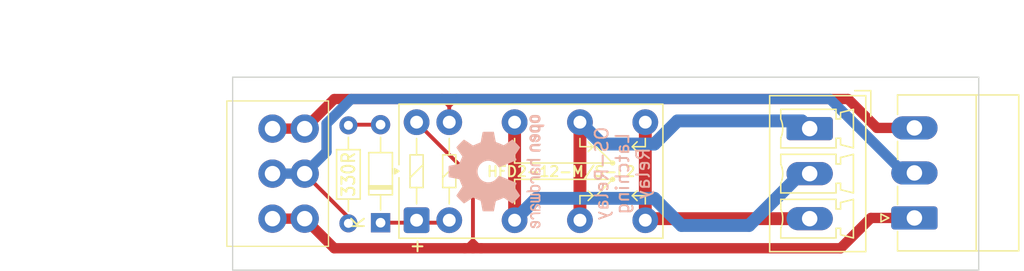
<source format=kicad_pcb>
(kicad_pcb (version 20240108) (generator "pcbnew") (generator_version "8.0")
  (layers (0 "F.Cu" signal) (31 "B.Cu" signal) (34 "B.Paste" user) (35 "F.Paste" user) (36 "B.SilkS" user "B.Silkscreen") (37 "F.SilkS" user "F.Silkscreen") (38 "B.Mask" user) (39 "F.Mask" user) (44 "Edge.Cuts" user))
  (net 0 "")
  (net 1 "Net-(D1-A)")
  (net 2 "Net-(D1-K)")
  (net 3 "Net-(J1-Pin_2)")
  (net 4 "/DCC_A")
  (net 5 "/DCC_B")
  (net 6 "/common")
  (net 7 "/coilA")
  (net 8 "/coilB")
  (footprint "Diode_THT:D_DO-34_SOD68_P7.62mm_Horizontal" (layer "F.Cu") (at 107.5 104.815 90)
    (property "Reference" "D1" (hide yes))
    (property "Value" "D")
    (fp_line (start 5.45 -0.92) (end 2.17 -0.92) (stroke (width 0.12)) (layer "F.SilkS"))
    (fp_line (start 2.866 -0.92) (end 2.866 0.92) (stroke (width 0.12)) (layer "F.SilkS"))
    (fp_line (start 2.746 -0.92) (end 2.746 0.92) (stroke (width 0.12)) (layer "F.SilkS"))
    (fp_line (start 2.626 -0.92) (end 2.626 0.92) (stroke (width 0.12)) (layer "F.SilkS"))
    (fp_line (start 2.17 -0.92) (end 2.17 0.92) (stroke (width 0.12)) (layer "F.SilkS"))
    (fp_line (start 6.63 0) (end 5.45 0) (stroke (width 0.12)) (layer "F.SilkS"))
    (fp_line (start 0.99 0) (end 2.17 0) (stroke (width 0.12)) (layer "F.SilkS"))
    (fp_line (start 5.45 0.92) (end 5.45 -0.92) (stroke (width 0.12)) (layer "F.SilkS"))
    (fp_line (start 2.17 0.92) (end 5.45 0.92) (stroke (width 0.12)) (layer "F.SilkS"))
    (fp_text user "K" (at 0 -1.75 90) (layer "F.SilkS"))
    (pad "1" thru_hole rect (at 0 0 90) (size 1.5 1.5) (drill 0.75) (layers "*.Cu" "*.Mask") (net 2 "Net-(D1-K)"))
    (pad "2" thru_hole oval (at 7.62 0 90) (size 1.5 1.5) (drill 0.75) (layers "*.Cu" "*.Mask") (net 1 "Net-(D1-A)"))
  )
  (footprint "Connector_Phoenix_MC:PhoenixContact_MC_1,5_3-G-3.5_1x03_P3.50mm_Horizontal" (layer "F.Cu") (at 149 104.445 90)
    (property "Reference" "J3" (hide yes))
    (property "Value" "Screw_Terminal_01x03")
    (fp_line (start 0.3 -2.6) (end 0 -2) (stroke (width 0.12)) (layer "F.SilkS"))
    (fp_line (start -0.3 -2.6) (end 0.3 -2.6) (stroke (width 0.12)) (layer "F.SilkS"))
    (fp_line (start 0 -2) (end -0.3 -2.6) (stroke (width 0.12)) (layer "F.SilkS"))
    (fp_line (start 9.56 -1.31) (end 8.05 -1.31) (stroke (width 0.12)) (layer "F.SilkS"))
    (fp_line (start 4.55 -1.31) (end 5.95 -1.31) (stroke (width 0.12)) (layer "F.SilkS"))
    (fp_line (start 1.05 -1.31) (end 2.45 -1.31) (stroke (width 0.12)) (layer "F.SilkS"))
    (fp_line (start -2.56 -1.31) (end -1.05 -1.31) (stroke (width 0.12)) (layer "F.SilkS"))
    (fp_line (start -2.56 -1.31) (end -2.56 8.11) (stroke (width 0.12)) (layer "F.SilkS"))
    (fp_line (start -2.56 4.8) (end 9.56 4.8) (stroke (width 0.12)) (layer "F.SilkS"))
    (fp_line (start 9.56 8.11) (end 9.56 -1.31) (stroke (width 0.12)) (layer "F.SilkS"))
    (fp_line (start -2.56 8.11) (end 9.56 8.11) (stroke (width 0.12)) (layer "F.SilkS"))
    (pad "1" thru_hole roundrect (at 0 0 90) (size 1.8 3.6) (drill 1.2) (layers "*.Cu" "*.Mask") (roundrect_rratio 0.138889) (net 7 "/coilA"))
    (pad "2" thru_hole oval (at 3.5 0 90) (size 1.8 3.6) (drill 1.2) (layers "*.Cu" "*.Mask") (net 6 "/common"))
    (pad "3" thru_hole oval (at 7 0 90) (size 1.8 3.6) (drill 1.2) (layers "*.Cu" "*.Mask") (net 8 "/coilB"))
  )
  (footprint "Resistor_THT:R_Axial_DIN0204_L3.6mm_D1.6mm_P7.62mm_Horizontal" (layer "F.Cu") (at 105 104.865 90)
    (property "Reference" "R1" (hide yes))
    (property "Value" "330R" (at 3.81 0 90) (layer "F.SilkS") (effects (font (size 1 0.9))))
    (fp_line (start 5.73 -0.92) (end 1.89 -0.92) (stroke (width 0.12)) (layer "F.SilkS"))
    (fp_line (start 1.89 -0.92) (end 1.89 0.92) (stroke (width 0.12)) (layer "F.SilkS"))
    (fp_line (start 6.68 0) (end 5.73 0) (stroke (width 0.12)) (layer "F.SilkS"))
    (fp_line (start 0.94 0) (end 1.89 0) (stroke (width 0.12)) (layer "F.SilkS"))
    (fp_line (start 5.73 0.92) (end 5.73 -0.92) (stroke (width 0.12)) (layer "F.SilkS"))
    (fp_line (start 1.89 0.92) (end 5.73 0.92) (stroke (width 0.12)) (layer "F.SilkS"))
    (pad "1" thru_hole circle (at 0 0 90) (size 1.4 1.4) (drill 0.7) (layers "*.Cu" "*.Mask") (net 6 "/common"))
    (pad "2" thru_hole oval (at 7.62 0 90) (size 1.4 1.4) (drill 0.7) (layers "*.Cu" "*.Mask") (net 1 "Net-(D1-A)"))
  )
  (footprint "MountingHole:MountingHole_3.2mm_M3" (layer "F.Cu") (at 133.5 101)
    (property "Reference" "REF**" (hide yes))
    (property "Value" "MountingHole_3.2mm_M3")
    (pad "" np_thru_hole circle (at 0 0) (size 3.2 3.2) (drill 3.2) (layers "*.Cu" "*.Mask"))
  )
  (footprint "custom_kicad_lib_sk:connector_3.50mm_3P horizontal_MALE" (layer "F.Cu") (at 101.6 101 -90)
    (property "Reference" "J2" (hide yes))
    (property "Value" "Screw_Terminal_01x03" (hide yes))
    (fp_line (start 5.65 6.05) (end -5.65 6.05) (stroke (width 0.1)) (layer "F.SilkS"))
    (fp_line (start -5.65 -1.85) (end -5.65 6.05) (stroke (width 0.1)) (layer "F.SilkS"))
    (fp_line (start -5.65 -1.85) (end 5.65 -1.85) (stroke (width 0.1)) (layer "F.SilkS"))
    (fp_line (start 5.65 -1.85) (end 5.65 6.05) (stroke (width 0.1)) (layer "F.SilkS"))
    (pad "1" thru_hole circle (at 3.5 0 270) (size 2.2 2.2) (drill 1.2) (layers "*.Cu" "*.Mask") (net 7 "/coilA"))
    (pad "1" thru_hole circle (at 3.5 2.5 270) (size 2.2 2.2) (drill 1.2) (layers "*.Cu" "*.Mask") (net 7 "/coilA"))
    (pad "2" thru_hole circle (at 0 0 270) (size 2.2 2.2) (drill 1.2) (layers "*.Cu" "*.Mask") (net 6 "/common"))
    (pad "2" thru_hole circle (at 0 2.5 270) (size 2.2 2.2) (drill 1.2) (layers "*.Cu" "*.Mask") (net 6 "/common"))
    (pad "3" thru_hole circle (at -3.5 0 270) (size 2.2 2.2) (drill 1.2) (layers "*.Cu" "*.Mask") (net 8 "/coilB"))
    (pad "3" thru_hole circle (at -3.5 2.5 270) (size 2.2 2.2) (drill 1.2) (layers "*.Cu" "*.Mask") (net 8 "/coilB"))
  )
  (footprint "Connector_Phoenix_MC:PhoenixContact_MCV_1,5_3-G-3.5_1x03_P3.50mm_Vertical" (layer "F.Cu") (at 140.8575 97.5 -90)
    (property "Reference" "J1" (hide yes))
    (property "Value" "Screw_Terminal_01x03")
    (fp_line (start -2.56 3.11) (end 9.56 3.11) (stroke (width 0.12)) (layer "F.SilkS"))
    (fp_line (start 9.56 3.11) (end 9.56 -4.36) (stroke (width 0.12)) (layer "F.SilkS"))
    (fp_line (start -1.5 2.25) (end -1.5 -2.05) (stroke (width 0.12)) (layer "F.SilkS"))
    (fp_line (start -0.75 2.25) (end -1.5 2.25) (stroke (width 0.12)) (layer "F.SilkS"))
    (fp_line (start 1.5 2.25) (end 0.75 2.25) (stroke (width 0.12)) (layer "F.SilkS"))
    (fp_line (start 2 2.25) (end 2 -2.05) (stroke (width 0.12)) (layer "F.SilkS"))
    (fp_line (start 2.75 2.25) (end 2 2.25) (stroke (width 0.12)) (layer "F.SilkS"))
    (fp_line (start 5 2.25) (end 4.25 2.25) (stroke (width 0.12)) (layer "F.SilkS"))
    (fp_line (start 5.5 2.25) (end 5.5 -2.05) (stroke (width 0.12)) (layer "F.SilkS"))
    (fp_line (start 6.25 2.25) (end 5.5 2.25) (stroke (width 0.12)) (layer "F.SilkS"))
    (fp_line (start 8.5 2.25) (end 7.75 2.25) (stroke (width 0.12)) (layer "F.SilkS"))
    (fp_line (start -1.5 -2.05) (end -0.75 -2.05) (stroke (width 0.12)) (layer "F.SilkS"))
    (fp_line (start -0.75 -2.05) (end -0.75 -2.4) (stroke (width 0.12)) (layer "F.SilkS"))
    (fp_line (start 0.75 -2.05) (end 1.5 -2.05) (stroke (width 0.12)) (layer "F.SilkS"))
    (fp_line (start 1.5 -2.05) (end 1.5 2.25) (stroke (width 0.12)) (layer "F.SilkS"))
    (fp_line (start 2 -2.05) (end 2.75 -2.05) (stroke (width 0.12)) (layer "F.SilkS"))
    (fp_line (start 2.75 -2.05) (end 2.75 -2.4) (stroke (width 0.12)) (layer "F.SilkS"))
    (fp_line (start 4.25 -2.05) (end 5 -2.05) (stroke (width 0.12)) (layer "F.SilkS"))
    (fp_line (start 5 -2.05) (end 5 2.25) (stroke (width 0.12)) (layer "F.SilkS"))
    (fp_line (start 5.5 -2.05) (end 6.25 -2.05) (stroke (width 0.12)) (layer "F.SilkS"))
    (fp_line (start 6.25 -2.05) (end 6.25 -2.4) (stroke (width 0.12)) (layer "F.SilkS"))
    (fp_line (start 7.75 -2.05) (end 8.5 -2.05) (stroke (width 0.12)) (layer "F.SilkS"))
    (fp_line (start 8.5 -2.05) (end 8.5 2.25) (stroke (width 0.12)) (layer "F.SilkS"))
    (fp_line (start -1.25 -2.4) (end -1.5 -3.4) (stroke (width 0.12)) (layer "F.SilkS"))
    (fp_line (start -0.75 -2.4) (end -1.25 -2.4) (stroke (width 0.12)) (layer "F.SilkS"))
    (fp_line (start 0.75 -2.4) (end 0.75 -2.05) (stroke (width 0.12)) (layer "F.SilkS"))
    (fp_line (start 1.25 -2.4) (end 0.75 -2.4) (stroke (width 0.12)) (layer "F.SilkS"))
    (fp_line (start 2.25 -2.4) (end 2 -3.4) (stroke (width 0.12)) (layer "F.SilkS"))
    (fp_line (start 2.75 -2.4) (end 2.25 -2.4) (stroke (width 0.12)) (layer "F.SilkS"))
    (fp_line (start 4.25 -2.4) (end 4.25 -2.05) (stroke (width 0.12)) (layer "F.SilkS"))
    (fp_line (start 4.75 -2.4) (end 4.25 -2.4) (stroke (width 0.12)) (layer "F.SilkS"))
    (fp_line (start 5.75 -2.4) (end 5.5 -3.4) (stroke (width 0.12)) (layer "F.SilkS"))
    (fp_line (start 6.25 -2.4) (end 5.75 -2.4) (stroke (width 0.12)) (layer "F.SilkS"))
    (fp_line (start 7.75 -2.4) (end 7.75 -2.05) (stroke (width 0.12)) (layer "F.SilkS"))
    (fp_line (start 8.25 -2.4) (end 7.75 -2.4) (stroke (width 0.12)) (layer "F.SilkS"))
    (fp_line (start -1.5 -3.4) (end 1.5 -3.4) (stroke (width 0.12)) (layer "F.SilkS"))
    (fp_line (start 1.5 -3.4) (end 1.25 -2.4) (stroke (width 0.12)) (layer "F.SilkS"))
    (fp_line (start 2 -3.4) (end 5 -3.4) (stroke (width 0.12)) (layer "F.SilkS"))
    (fp_line (start 5 -3.4) (end 4.75 -2.4) (stroke (width 0.12)) (layer "F.SilkS"))
    (fp_line (start 5.5 -3.4) (end 8.5 -3.4) (stroke (width 0.12)) (layer "F.SilkS"))
    (fp_line (start 8.5 -3.4) (end 8.25 -2.4) (stroke (width 0.12)) (layer "F.SilkS"))
    (fp_line (start -2.95 -3.5) (end -2.95 -4.75) (stroke (width 0.12)) (layer "F.SilkS"))
    (fp_line (start -2.56 -4.36) (end -2.56 3.11) (stroke (width 0.12)) (layer "F.SilkS"))
    (fp_line (start 9.56 -4.36) (end -2.56 -4.36) (stroke (width 0.12)) (layer "F.SilkS"))
    (fp_line (start -2.95 -4.75) (end -0.95 -4.75) (stroke (width 0.12)) (layer "F.SilkS"))
    (fp_arc (start -0.75 2.25) (mid -0.000193 2.09191) (end 0.749647 2.249844) (stroke (width 0.12)) (layer "F.SilkS"))
    (fp_arc (start 2.75 2.25) (mid 3.499807 2.09191) (end 4.249647 2.249844) (stroke (width 0.12)) (layer "F.SilkS"))
    (fp_arc (start 6.25 2.25) (mid 6.999807 2.09191) (end 7.749647 2.249844) (stroke (width 0.12)) (layer "F.SilkS"))
    (pad "1" thru_hole roundrect (at 0 0 270) (size 1.8 3.6) (drill 1.2) (layers "*.Cu" "*.Mask") (roundrect_rratio 0.138889) (net 4 "/DCC_A"))
    (pad "2" thru_hole oval (at 3.5 0 270) (size 1.8 3.6) (drill 1.2) (layers "*.Cu" "*.Mask") (net 3 "Net-(J1-Pin_2)"))
    (pad "3" thru_hole oval (at 7 0 270) (size 1.8 3.6) (drill 1.2) (layers "*.Cu" "*.Mask") (net 5 "/DCC_B"))
  )
  (footprint "Relay_THT:Relay_DPDT_Omron_G6AK" (layer "F.Cu") (at 110.3 104.62 90)
    (property "Reference" "K2" (hide yes))
    (property "Value" "HFD2-12-M/S-L2" (at 3.782 11.239 180) (layer "F.SilkS") (effects (font (size 0.8 0.8))))
    (fp_line (start 9.02 -1.37) (end 4.318 -1.37) (stroke (width 0.12)) (layer "F.SilkS"))
    (fp_line (start 3.302 -1.37) (end -1.4 -1.37) (stroke (width 0.12)) (layer "F.SilkS"))
    (fp_line (start -1.4 -1.37) (end -1.4 19.15) (stroke (width 0.12)) (layer "F.SilkS"))
    (fp_line (start 5.08 -0.51) (end 5.08 0) (stroke (width 0.12)) (layer "F.SilkS"))
    (fp_line (start 3.304 -0.51) (end 4.314 0.51) (stroke (width 0.12)) (layer "F.SilkS"))
    (fp_line (start 2.54 -0.51) (end 5.08 -0.51) (stroke (width 0.12)) (layer "F.SilkS"))
    (fp_line (start 5.08 0) (end 6.35 0) (stroke (width 0.12)) (layer "F.SilkS"))
    (fp_line (start 5.08 0) (end 5.08 0.51) (stroke (width 0.12)) (layer "F.SilkS"))
    (fp_line (start 2.54 0) (end 2.54 -0.51) (stroke (width 0.12)) (layer "F.SilkS"))
    (fp_line (start 1.27 0) (end 2.54 0) (stroke (width 0.12)) (layer "F.SilkS"))
    (fp_line (start 5.08 0.51) (end 2.54 0.51) (stroke (width 0.12)) (layer "F.SilkS"))
    (fp_line (start 2.54 0.51) (end 2.54 0) (stroke (width 0.12)) (layer "F.SilkS"))
    (fp_line (start 5.08 2.03) (end 5.08 2.54) (stroke (width 0.12)) (layer "F.SilkS"))
    (fp_line (start 3.304 2.03) (end 4.314 3.05) (stroke (width 0.12)) (layer "F.SilkS"))
    (fp_line (start 2.54 2.03) (end 5.08 2.03) (stroke (width 0.12)) (layer "F.SilkS"))
    (fp_line (start 5.08 2.54) (end 6.35 2.54) (stroke (width 0.12)) (layer "F.SilkS"))
    (fp_line (start 5.08 2.54) (end 5.08 3.05) (stroke (width 0.12)) (layer "F.SilkS"))
    (fp_line (start 2.54 2.54) (end 2.54 2.03) (stroke (width 0.12)) (layer "F.SilkS"))
    (fp_line (start 1.27 2.54) (end 2.54 2.54) (stroke (width 0.12)) (layer "F.SilkS"))
    (fp_line (start 5.08 3.05) (end 2.54 3.05) (stroke (width 0.12)) (layer "F.SilkS"))
    (fp_line (start 2.54 3.05) (end 2.54 2.54) (stroke (width 0.12)) (layer "F.SilkS"))
    (fp_line (start 6.35 7.62) (end 4.445 7.62) (stroke (width 0.12)) (layer "F.SilkS"))
    (fp_line (start 4.445 7.62) (end 4.445 15.24) (stroke (width 0.12)) (layer "F.SilkS"))
    (fp_line (start 3.175 7.62) (end 3.175 15.24) (stroke (width 0.12)) (layer "F.SilkS"))
    (fp_line (start 1.27 7.62) (end 3.175 7.62) (stroke (width 0.12)) (layer "F.SilkS"))
    (fp_line (start 6.35 12.7) (end 5.715 12.7) (stroke (width 0.12)) (layer "F.SilkS"))
    (fp_line (start 5.715 12.7) (end 5.715 13.716) (stroke (width 0.12)) (layer "F.SilkS"))
    (fp_line (start 1.905 12.7) (end 1.905 13.716) (stroke (width 0.12)) (layer "F.SilkS"))
    (fp_line (start 1.27 12.7) (end 1.905 12.7) (stroke (width 0.12)) (layer "F.SilkS"))
    (fp_line (start 5.715 13.716) (end 6.096 13.335) (stroke (width 0.12)) (layer "F.SilkS"))
    (fp_line (start 5.715 13.716) (end 5.334 13.335) (stroke (width 0.12)) (layer "F.SilkS"))
    (fp_line (start 1.905 13.716) (end 2.286 13.335) (stroke (width 0.12)) (layer "F.SilkS"))
    (fp_line (start 1.905 13.716) (end 1.524 13.335) (stroke (width 0.12)) (layer "F.SilkS"))
    (fp_line (start 4.445 15.24) (end 5.715 13.97) (stroke (width 0.12)) (layer "F.SilkS"))
    (fp_line (start 3.175 15.24) (end 1.905 13.97) (stroke (width 0.12)) (layer "F.SilkS"))
    (fp_line (start 5.715 16.764) (end 6.096 17.145) (stroke (width 0.12)) (layer "F.SilkS"))
    (fp_line (start 5.715 16.764) (end 5.334 17.145) (stroke (width 0.12)) (layer "F.SilkS"))
    (fp_line (start 5.715 16.764) (end 5.715 17.78) (stroke (width 0.12)) (layer "F.SilkS"))
    (fp_line (start 1.905 16.764) (end 2.286 17.145) (stroke (width 0.12)) (layer "F.SilkS"))
    (fp_line (start 1.905 16.764) (end 1.524 17.145) (stroke (width 0.12)) (layer "F.SilkS"))
    (fp_line (start 1.905 16.764) (end 1.905 17.78) (stroke (width 0.12)) (layer "F.SilkS"))
    (fp_line (start 6.35 17.78) (end 5.715 17.78) (stroke (width 0.12)) (layer "F.SilkS"))
    (fp_line (start 1.27 17.78) (end 1.905 17.78) (stroke (width 0.12)) (layer "F.SilkS"))
    (fp_line (start 9.02 19.15) (end 9.02 -1.37) (stroke (width 0.12)) (layer "F.SilkS"))
    (fp_line (start -1.4 19.15) (end 9.02 19.15) (stroke (width 0.12)) (layer "F.SilkS"))
    (fp_circle (center 4.445 15.24) (end 4.575 15.24) (stroke (width 0.15)) (fill none) (layer "F.SilkS"))
    (fp_circle (center 3.175 15.24) (end 3.305 15.24) (stroke (width 0.15)) (fill none) (layer "F.SilkS"))
    (fp_poly (pts (xy 3.81 -1.37) (xy 3.61 -1.709411) (xy 4.01 -1.709411) (xy 3.81 -1.37)) (stroke (width 0.12)) (fill solid) (layer "F.SilkS"))
    (fp_text user "+" (at -2.032 0 90) (layer "F.SilkS"))
    (pad "11" thru_hole circle (at 0 7.62 90) (size 2 2) (drill 1) (layers "*.Cu" "*.Mask") (net 3 "Net-(J1-Pin_2)"))
    (pad "12" thru_hole circle (at 0 12.7 90) (size 2 2) (drill 1) (layers "*.Cu" "*.Mask") (net 4 "/DCC_A"))
    (pad "14" thru_hole circle (at 0 17.78 90) (size 2 2) (drill 1) (layers "*.Cu" "*.Mask") (net 5 "/DCC_B"))
    (pad "21" thru_hole circle (at 7.62 7.62 90) (size 2 2) (drill 1) (layers "*.Cu" "*.Mask") (net 3 "Net-(J1-Pin_2)"))
    (pad "22" thru_hole circle (at 7.62 12.7 90) (size 2 2) (drill 1) (layers "*.Cu" "*.Mask") (net 4 "/DCC_A"))
    (pad "24" thru_hole circle (at 7.62 17.78 90) (size 2 2) (drill 1) (layers "*.Cu" "*.Mask") (net 5 "/DCC_B"))
    (pad "A1" thru_hole roundrect (at 0 0 90) (size 2 2) (drill 1) (layers "*.Cu" "*.Mask") (roundrect_rratio 0.125) (net 2 "Net-(D1-K)"))
    (pad "A2" thru_hole circle (at 7.62 0 90) (size 2 2) (drill 1) (layers "*.Cu" "*.Mask") (net 7 "/coilA"))
    (pad "B1" thru_hole circle (at 0 2.54 90) (size 2 2) (drill 1) (layers "*.Cu" "*.Mask") (net 2 "Net-(D1-K)"))
    (pad "B2" thru_hole circle (at 7.62 2.54 90) (size 2 2) (drill 1) (layers "*.Cu" "*.Mask") (net 8 "/coilB"))
  )
  (footprint "Symbol:OSHW-Logo2_9.8x8mm_SilkScreen" (layer "B.Cu") (at 116.5 100.838 -90)
    (property "Reference" "REF**" (hide yes))
    (property "Value" "OSHW-Logo2_9.8x8mm_SilkScreen" (hide yes))
    (fp_poly (pts (xy 3.570807 -2.636782) (xy 3.594161 -2.646988) (xy 3.649902 -2.691134) (xy 3.697569 -2.754967) (xy 3.727048 -2.823087) (xy 3.731846 -2.85667) (xy 3.71576 -2.903556) (xy 3.680475 -2.928365) (xy 3.642644 -2.943387) (xy 3.625321 -2.946155) (xy 3.616886 -2.926066) (xy 3.60023 -2.882351) (xy 3.592923 -2.862598) (xy 3.551948 -2.794271) (xy 3.492622 -2.760191) (xy 3.416552 -2.761239) (xy 3.410918 -2.762581) (xy 3.370305 -2.781836) (xy 3.340448 -2.819375) (xy 3.320055 -2.879809) (xy 3.307836 -2.967751) (xy 3.3025 -3.087813) (xy 3.302 -3.151698) (xy 3.301752 -3.252403) (xy 3.300126 -3.321054) (xy 3.295801 -3.364673) (xy 3.287454 -3.390282) (xy 3.273765 -3.404903) (xy 3.253411 -3.415558) (xy 3.252234 -3.416095) (xy 3.213038 -3.432667) (xy 3.193619 -3.438769) (xy 3.190635 -3.420319) (xy 3.188081 -3.369323) (xy 3.18614 -3.292308) (xy 3.184997 -3.195805) (xy 3.184769 -3.125184) (xy 3.185932 -2.988525) (xy 3.190479 -2.884851) (xy 3.199999 -2.808108) (xy 3.216081 -2.752246) (xy 3.240313 -2.711212) (xy 3.274286 -2.678954) (xy 3.307833 -2.65644) (xy 3.388499 -2.626476) (xy 3.482381 -2.619718) (xy 3.570807 -2.636782)) (stroke (width 0.01)) (fill solid) (layer "B.SilkS"))
    (fp_poly (pts (xy -1.728336 -2.595089) (xy -1.665633 -2.631358) (xy -1.622039 -2.667358) (xy -1.590155 -2.705075) (xy -1.56819 -2.751199) (xy -1.554351 -2.812421) (xy -1.546847 -2.895431) (xy -1.543883 -3.006919) (xy -1.543539 -3.087062) (xy -1.543539 -3.382065) (xy -1.709615 -3.456515) (xy -1.719385 -3.133402) (xy -1.723421 -3.012729) (xy -1.727656 -2.925141) (xy -1.732903 -2.86465) (xy -1.739975 -2.825268) (xy -1.749689 -2.801007) (xy -1.762856 -2.78588) (xy -1.767081 -2.782606) (xy -1.831091 -2.757034) (xy -1.895792 -2.767153) (xy -1.934308 -2.794) (xy -1.949975 -2.813024) (xy -1.96082 -2.837988) (xy -1.967712 -2.875834) (xy -1.971521 -2.933502) (xy -1.973117 -3.017935) (xy -1.973385 -3.105928) (xy -1.973437 -3.216323) (xy -1.975328 -3.294463) (xy -1.981655 -3.347165) (xy -1.995017 -3.381242) (xy -2.018015 -3.403511) (xy -2.053246 -3.420787) (xy -2.100303 -3.438738) (xy -2.151697 -3.458278) (xy -2.145579 -3.111485) (xy -2.143116 -2.986468) (xy -2.140233 -2.894082) (xy -2.136102 -2.827881) (xy -2.129893 -2.78142) (xy -2.120774 -2.748256) (xy -2.107917 -2.721944) (xy -2.092416 -2.698729) (xy -2.017629 -2.624569) (xy -1.926372 -2.581684) (xy -1.827117 -2.571412) (xy -1.728336 -2.595089)) (stroke (width 0.01)) (fill solid) (layer "B.SilkS"))
    (fp_poly (pts (xy 0.713362 -2.62467) (xy 0.802117 -2.657421) (xy 0.874022 -2.71535) (xy 0.902144 -2.756128) (xy 0.932802 -2.830954) (xy 0.932165 -2.885058) (xy 0.899987 -2.921446) (xy 0.888081 -2.927633) (xy 0.836675 -2.946925) (xy 0.810422 -2.941982) (xy 0.80153 -2.909587) (xy 0.801077 -2.891692) (xy 0.784797 -2.825859) (xy 0.742365 -2.779807) (xy 0.683388 -2.757564) (xy 0.617475 -2.763161) (xy 0.563895 -2.792229) (xy 0.545798 -2.80881) (xy 0.532971 -2.828925) (xy 0.524306 -2.859332) (xy 0.518696 -2.906788) (xy 0.515035 -2.97805) (xy 0.512215 -3.079875) (xy 0.511484 -3.112115) (xy 0.50882 -3.22241) (xy 0.505792 -3.300036) (xy 0.50125 -3.351396) (xy 0.494046 -3.38289) (xy 0.483033 -3.40092) (xy 0.46706 -3.411888) (xy 0.456834 -3.416733) (xy 0.413406 -3.433301) (xy 0.387842 -3.438769) (xy 0.379395 -3.420507) (xy 0.374239 -3.365296) (xy 0.372346 -3.272499) (xy 0.373689 -3.141478) (xy 0.374107 -3.121269) (xy 0.377058 -3.001733) (xy 0.380548 -2.914449) (xy 0.385514 -2.852591) (xy 0.392893 -2.809336) (xy 0.403624 -2.77786) (xy 0.418645 -2.751339) (xy 0.426502 -2.739975) (xy 0.471553 -2.689692) (xy 0.52194 -2.650581) (xy 0.528108 -2.647167) (xy 0.618458 -2.620212) (xy 0.713362 -2.62467)) (stroke (width 0.01)) (fill solid) (layer "B.SilkS"))
    (fp_poly (pts (xy -0.840154 -2.49212) (xy -0.834428 -2.57198) (xy -0.827851 -2.619039) (xy -0.818738 -2.639566) (xy -0.805402 -2.639829) (xy -0.801077 -2.637378) (xy -0.743556 -2.619636) (xy -0.668732 -2.620672) (xy -0.592661 -2.63891) (xy -0.545082 -2.662505) (xy -0.496298 -2.700198) (xy -0.460636 -2.742855) (xy -0.436155 -2.797057) (xy -0.420913 -2.869384) (xy -0.41297 -2.966419) (xy -0.410384 -3.094742) (xy -0.410338 -3.119358) (xy -0.410308 -3.39587) (xy -0.471839 -3.41732) (xy -0.515541 -3.431912) (xy -0.539518 -3.438706) (xy -0.540223 -3.438769) (xy -0.542585 -3.420345) (xy -0.544594 -3.369526) (xy -0.546099 -3.292993) (xy -0.546947 -3.19743) (xy -0.547077 -3.139329) (xy -0.547349 -3.024771) (xy -0.548748 -2.942667) (xy -0.552151 -2.886393) (xy -0.558433 -2.849326) (xy -0.568471 -2.824844) (xy -0.583139 -2.806325) (xy -0.592298 -2.797406) (xy -0.655211 -2.761466) (xy -0.723864 -2.758775) (xy -0.786152 -2.78917) (xy -0.797671 -2.800144) (xy -0.814567 -2.820779) (xy -0.826286 -2.845256) (xy -0.833767 -2.880647) (xy -0.837946 -2.934026) (xy -0.839763 -3.012466) (xy -0.840154 -3.120617) (xy -0.840154 -3.39587) (xy -0.901685 -3.41732) (xy -0.945387 -3.431912) (xy -0.969364 -3.438706) (xy -0.97007 -3.438769) (xy -0.971874 -3.420069) (xy -0.9735 -3.367322) (xy -0.974883 -3.285557) (xy -0.975958 -3.179805) (xy -0.97666 -3.055094) (xy -0.976923 -2.916455) (xy -0.976923 -2.381806) (xy -0.849923 -2.328236) (xy -0.840154 -2.49212)) (stroke (width 0.01)) (fill solid) (layer "B.SilkS"))
    (fp_poly (pts (xy 2.395929 -2.636662) (xy 2.398911 -2.688068) (xy 2.401247 -2.766192) (xy 2.402749 -2.864857) (xy 2.403231 -2.968343) (xy 2.403231 -3.318533) (xy 2.341401 -3.380363) (xy 2.298793 -3.418462) (xy 2.26139 -3.433895) (xy 2.21027 -3.432918) (xy 2.189978 -3.430433) (xy 2.126554 -3.4232) (xy 2.074095 -3.419055) (xy 2.061308 -3.418672) (xy 2.018199 -3.421176) (xy 1.956544 -3.427462) (xy 1.932638 -3.430433) (xy 1.873922 -3.435028) (xy 1.834464 -3.425046) (xy 1.795338 -3.394228) (xy 1.781215 -3.380363) (xy 1.719385 -3.318533) (xy 1.719385 -2.663503) (xy 1.76915 -2.640829) (xy 1.812002 -2.624034) (xy 1.837073 -2.618154) (xy 1.843501 -2.636736) (xy 1.849509 -2.688655) (xy 1.854697 -2.768172) (xy 1.858664 -2.869546) (xy 1.860577 -2.955192) (xy 1.865923 -3.292231) (xy 1.91256 -3.298825) (xy 1.954976 -3.294214) (xy 1.97576 -3.279287) (xy 1.98157 -3.251377) (xy 1.98653 -3.191925) (xy 1.990246 -3.108466) (xy 1.992324 -3.008532) (xy 1.992624 -2.957104) (xy 1.992923 -2.661054) (xy 2.054454 -2.639604) (xy 2.098004 -2.62502) (xy 2.121694 -2.618219) (xy 2.122377 -2.618154) (xy 2.124754 -2.636642) (xy 2.127366 -2.687906) (xy 2.129995 -2.765649) (xy 2.132421 -2.863574) (xy 2.134115 -2.955192) (xy 2.139461 -3.292231) (xy 2.256692 -3.292231) (xy 2.262072 -2.984746) (xy 2.267451 -2.677261) (xy 2.324601 -2.647707) (xy 2.366797 -2.627413) (xy 2.39177 -2.618204) (xy 2.392491 -2.618154) (xy 2.395929 -2.636662)) (stroke (width 0.01)) (fill solid) (layer "B.SilkS"))
    (fp_poly (pts (xy -3.983114 -2.587256) (xy -3.891536 -2.635409) (xy -3.823951 -2.712905) (xy -3.799943 -2.762727) (xy -3.781262 -2.837533) (xy -3.771699 -2.932052) (xy -3.770792 -3.03521) (xy -3.778079 -3.135935) (xy -3.793097 -3.223153) (xy -3.815385 -3.285791) (xy -3.822235 -3.296579) (xy -3.903368 -3.377105) (xy -3.999734 -3.425336) (xy -4.104299 -3.43945) (xy -4.210032 -3.417629) (xy -4.239457 -3.404547) (xy -4.296759 -3.364231) (xy -4.34705 -3.310775) (xy -4.351803 -3.303995) (xy -4.371122 -3.271321) (xy -4.383892 -3.236394) (xy -4.391436 -3.190414) (xy -4.395076 -3.124584) (xy -4.396135 -3.030105) (xy -4.396154 -3.008923) (xy -4.396106 -3.002182) (xy -4.200769 -3.002182) (xy -4.199632 -3.091349) (xy -4.195159 -3.15052) (xy -4.185754 -3.188741) (xy -4.169824 -3.215053) (xy -4.161692 -3.223846) (xy -4.114942 -3.257261) (xy -4.069553 -3.255737) (xy -4.02366 -3.226752) (xy -3.996288 -3.195809) (xy -3.980077 -3.150643) (xy -3.970974 -3.07942) (xy -3.970349 -3.071114) (xy -3.968796 -2.942037) (xy -3.985035 -2.846172) (xy -4.018848 -2.784107) (xy -4.070016 -2.756432) (xy -4.08828 -2.754923) (xy -4.13624 -2.762513) (xy -4.169047 -2.788808) (xy -4.189105 -2.839095) (xy -4.198822 -2.918664) (xy -4.200769 -3.002182) (xy -4.396106 -3.002182) (xy -4.395426 -2.908249) (xy -4.392371 -2.837906) (xy -4.385678 -2.789163) (xy -4.37404 -2.753288) (xy -4.356147 -2.721548) (xy -4.352192 -2.715648) (xy -4.285733 -2.636104) (xy -4.213315 -2.589929) (xy -4.125151 -2.571599) (xy -4.095213 -2.570703) (xy -3.983114 -2.587256)) (stroke (width 0.01)) (fill solid) (layer "B.SilkS"))
    (fp_poly (pts (xy 4.245224 -2.647838) (xy 4.322528 -2.698361) (xy 4.359814 -2.74359) (xy 4.389353 -2.825663) (xy 4.391699 -2.890607) (xy 4.386385 -2.977445) (xy 4.186115 -3.065103) (xy 4.088739 -3.109887) (xy 4.025113 -3.145913) (xy 3.992029 -3.177117) (xy 3.98628 -3.207436) (xy 4.004658 -3.240805) (xy 4.024923 -3.262923) (xy 4.083889 -3.298393) (xy 4.148024 -3.300879) (xy 4.206926 -3.273235) (xy 4.250197 -3.21832) (xy 4.257936 -3.198928) (xy 4.295006 -3.138364) (xy 4.337654 -3.112552) (xy 4.396154 -3.090471) (xy 4.396154 -3.174184) (xy 4.390982 -3.23115) (xy 4.370723 -3.279189) (xy 4.328262 -3.334346) (xy 4.321951 -3.341514) (xy 4.27472 -3.390585) (xy 4.234121 -3.41692) (xy 4.183328 -3.429035) (xy 4.14122 -3.433003) (xy 4.065902 -3.433991) (xy 4.012286 -3.421466) (xy 3.978838 -3.402869) (xy 3.926268 -3.361975) (xy 3.889879 -3.317748) (xy 3.86685 -3.262126) (xy 3.854359 -3.187047) (xy 3.849587 -3.084449) (xy 3.849206 -3.032376) (xy 3.850501 -2.969948) (xy 3.968471 -2.969948) (xy 3.969839 -3.003438) (xy 3.973249 -3.008923) (xy 3.995753 -3.001472) (xy 4.044182 -2.981753) (xy 4.108908 -2.953718) (xy 4.122443 -2.947692) (xy 4.204244 -2.906096) (xy 4.249312 -2.869538) (xy 4.259217 -2.835296) (xy 4.235526 -2.800648) (xy 4.21596 -2.785339) (xy 4.14536 -2.754721) (xy 4.07928 -2.75978) (xy 4.023959 -2.797151) (xy 3.985636 -2.863473) (xy 3.973349 -2.916116) (xy 3.968471 -2.969948) (xy 3.850501 -2.969948) (xy 3.85173 -2.91072) (xy 3.861032 -2.82071) (xy 3.87946 -2.755167) (xy 3.90936 -2.706912) (xy 3.95308 -2.668767) (xy 3.972141 -2.65644) (xy 4.058726 -2.624336) (xy 4.153522 -2.622316) (xy 4.245224 -2.647838)) (stroke (width 0.01)) (fill solid) (layer "B.SilkS"))
    (fp_poly (pts (xy 1.602081 -2.780289) (xy 1.601833 -2.92632) (xy 1.600872 -3.038655) (xy 1.598794 -3.122678) (xy 1.595193 -3.183769) (xy 1.589665 -3.227309) (xy 1.581804 -3.258679) (xy 1.571207 -3.283262) (xy 1.563182 -3.297294) (xy 1.496728 -3.373388) (xy 1.41247 -3.421084) (xy 1.319249 -3.438199) (xy 1.2259 -3.422546) (xy 1.170312 -3.394418) (xy 1.111957 -3.34576) (xy 1.072186 -3.286333) (xy 1.04819 -3.208507) (xy 1.037161 -3.104652) (xy 1.035599 -3.028462) (xy 1.035809 -3.022986) (xy 1.172308 -3.022986) (xy 1.173141 -3.110355) (xy 1.176961 -3.168192) (xy 1.185746 -3.206029) (xy 1.201474 -3.233398) (xy 1.220266 -3.254042) (xy 1.283375 -3.29389) (xy 1.351137 -3.297295) (xy 1.415179 -3.264025) (xy 1.420164 -3.259517) (xy 1.441439 -3.236067) (xy 1.454779 -3.208166) (xy 1.462001 -3.166641) (xy 1.464923 -3.102316) (xy 1.465385 -3.0312) (xy 1.464383 -2.941858) (xy 1.460238 -2.882258) (xy 1.451236 -2.843089) (xy 1.435667 -2.81504) (xy 1.422902 -2.800144) (xy 1.3636 -2.762575) (xy 1.295301 -2.758057) (xy 1.23011 -2.786753) (xy 1.217528 -2.797406) (xy 1.196111 -2.821063) (xy 1.182744 -2.849251) (xy 1.175566 -2.891245) (xy 1.172719 -2.956319) (xy 1.172308 -3.022986) (xy 1.035809 -3.022986) (xy 1.040322 -2.905765) (xy 1.056362 -2.813577) (xy 1.086528 -2.744269) (xy 1.133629 -2.690211) (xy 1.170312 -2.662505) (xy 1.23699 -2.632572) (xy 1.314272 -2.618678) (xy 1.38611 -2.622397) (xy 1.426308 -2.6374) (xy 1.442082 -2.64167) (xy 1.45255 -2.62575) (xy 1.459856 -2.583089) (xy 1.465385 -2.518106) (xy 1.471437 -2.445732) (xy 1.479844 -2.402187) (xy 1.495141 -2.377287) (xy 1.521864 -2.360845) (xy 1.538654 -2.353564) (xy 1.602154 -2.326963) (xy 1.602081 -2.780289)) (stroke (width 0.01)) (fill solid) (layer "B.SilkS"))
    (fp_poly (pts (xy -2.465746 -2.599745) (xy -2.388714 -2.651567) (xy -2.329184 -2.726412) (xy -2.293622 -2.821654) (xy -2.286429 -2.891756) (xy -2.287246 -2.921009) (xy -2.294086 -2.943407) (xy -2.312888 -2.963474) (xy -2.349592 -2.985733) (xy -2.410138 -3.014709) (xy -2.500466 -3.054927) (xy -2.500923 -3.055129) (xy -2.584067 -3.09321) (xy -2.652247 -3.127025) (xy -2.698495 -3.152933) (xy -2.715842 -3.167295) (xy -2.715846 -3.167411) (xy -2.700557 -3.198685) (xy -2.664804 -3.233157) (xy -2.623758 -3.25799) (xy -2.602963 -3.262923) (xy -2.54623 -3.245862) (xy -2.497373 -3.203133) (xy -2.473535 -3.156155) (xy -2.450603 -3.121522) (xy -2.405682 -3.082081) (xy -2.352877 -3.048009) (xy -2.30629 -3.02948) (xy -2.296548 -3.028462) (xy -2.285582 -3.045215) (xy -2.284921 -3.088039) (xy -2.29298 -3.145781) (xy -2.308173 -3.207289) (xy -2.328914 -3.261409) (xy -2.329962 -3.26351) (xy -2.392379 -3.35066) (xy -2.473274 -3.409939) (xy -2.565144 -3.439034) (xy -2.660487 -3.435634) (xy -2.751802 -3.397428) (xy -2.755862 -3.394741) (xy -2.827694 -3.329642) (xy -2.874927 -3.244705) (xy -2.901066 -3.133021) (xy -2.904574 -3.101643) (xy -2.910787 -2.953536) (xy -2.903339 -2.884468) (xy -2.715846 -2.884468) (xy -2.71341 -2.927552) (xy -2.700086 -2.940126) (xy -2.666868 -2.930719) (xy -2.614506 -2.908483) (xy -2.555976 -2.88061) (xy -2.554521 -2.879872) (xy -2.504911 -2.853777) (xy -2.485 -2.836363) (xy -2.48991 -2.818107) (xy -2.510584 -2.79412) (xy -2.563181 -2.759406) (xy -2.619823 -2.756856) (xy -2.670631 -2.782119) (xy -2.705724 -2.830847) (xy -2.715846 -2.884468) (xy -2.903339 -2.884468) (xy -2.898008 -2.835036) (xy -2.865222 -2.741055) (xy -2.819579 -2.675215) (xy -2.737198 -2.608681) (xy -2.646454 -2.575676) (xy -2.553815 -2.573573) (xy -2.465746 -2.599745)) (stroke (width 0.01)) (fill solid) (layer "B.SilkS"))
    (fp_poly (pts (xy 0.053501 -2.626303) (xy 0.13006 -2.654733) (xy 0.130936 -2.655279) (xy 0.178285 -2.690127) (xy 0.213241 -2.730852) (xy 0.237825 -2.783925) (xy 0.254062 -2.855814) (xy 0.263975 -2.952992) (xy 0.269586 -3.081928) (xy 0.270077 -3.100298) (xy 0.277141 -3.377287) (xy 0.217695 -3.408028) (xy 0.174681 -3.428802) (xy 0.14871 -3.438646) (xy 0.147509 -3.438769) (xy 0.143014 -3.420606) (xy 0.139444 -3.371612) (xy 0.137248 -3.300031) (xy 0.136769 -3.242068) (xy 0.136758 -3.14817) (xy 0.132466 -3.089203) (xy 0.117503 -3.061079) (xy 0.085482 -3.059706) (xy 0.030014 -3.080998) (xy -0.053731 -3.120136) (xy -0.115311 -3.152643) (xy -0.146983 -3.180845) (xy -0.156294 -3.211582) (xy -0.156308 -3.213104) (xy -0.140943 -3.266054) (xy -0.095453 -3.29466) (xy -0.025834 -3.298803) (xy 0.024313 -3.298084) (xy 0.050754 -3.312527) (xy 0.067243 -3.347218) (xy 0.076733 -3.391416) (xy 0.063057 -3.416493) (xy 0.057907 -3.420082) (xy 0.009425 -3.434496) (xy -0.058469 -3.436537) (xy -0.128388 -3.426983) (xy -0.177932 -3.409522) (xy -0.24643 -3.351364) (xy -0.285366 -3.270408) (xy -0.293077 -3.20716) (xy -0.287193 -3.150111) (xy -0.265899 -3.103542) (xy -0.223735 -3.062181) (xy -0.155241 -3.020755) (xy -0.054956 -2.973993) (xy -0.048846 -2.97135) (xy 0.04149 -2.929617) (xy 0.097235 -2.895391) (xy 0.121129 -2.864635) (xy 0.115913 -2.833311) (xy 0.084328 -2.797383) (xy 0.074883 -2.789116) (xy 0.011617 -2.757058) (xy -0.053936 -2.758407) (xy -0.111028 -2.789838) (xy -0.148907 -2.848024) (xy -0.152426 -2.859446) (xy -0.1867 -2.914837) (xy -0.230191 -2.941518) (xy -0.293077 -2.96796) (xy -0.293077 -2.899548) (xy -0.273948 -2.80011) (xy -0.217169 -2.708902) (xy -0.187622 -2.678389) (xy -0.120458 -2.639228) (xy -0.035044 -2.6215) (xy 0.053501 -2.626303)) (stroke (width 0.01)) (fill solid) (layer "B.SilkS"))
    (fp_poly (pts (xy -3.231114 -2.584505) (xy -3.156461 -2.621727) (xy -3.090569 -2.690261) (xy -3.072423 -2.715648) (xy -3.052655 -2.748866) (xy -3.039828 -2.784945) (xy -3.03249 -2.833098) (xy -3.029187 -2.902536) (xy -3.028462 -2.994206) (xy -3.031737 -3.11983) (xy -3.043123 -3.214154) (xy -3.064959 -3.284523) (xy -3.099581 -3.338286) (xy -3.14933 -3.382788) (xy -3.152986 -3.385423) (xy -3.202015 -3.412377) (xy -3.261055 -3.425712) (xy -3.336141 -3.429) (xy -3.458205 -3.429) (xy -3.458256 -3.547497) (xy -3.459392 -3.613492) (xy -3.466314 -3.652202) (xy -3.484402 -3.675419) (xy -3.519038 -3.694933) (xy -3.527355 -3.69892) (xy -3.56628 -3.717603) (xy -3.596417 -3.729403) (xy -3.618826 -3.730422) (xy -3.634567 -3.716761) (xy -3.644698 -3.684522) (xy -3.650277 -3.629804) (xy -3.652365 -3.548711) (xy -3.652019 -3.437344) (xy -3.6503 -3.291802) (xy -3.649763 -3.248269) (xy -3.647828 -3.098205) (xy -3.646096 -3.000042) (xy -3.458308 -3.000042) (xy -3.457252 -3.083364) (xy -3.452562 -3.13788) (xy -3.441949 -3.173837) (xy -3.423128 -3.201482) (xy -3.41035 -3.214965) (xy -3.35811 -3.254417) (xy -3.311858 -3.257628) (xy -3.264133 -3.225049) (xy -3.262923 -3.223846) (xy -3.243506 -3.198668) (xy -3.231693 -3.164447) (xy -3.225735 -3.111748) (xy -3.22388 -3.031131) (xy -3.223846 -3.013271) (xy -3.22833 -2.902175) (xy -3.242926 -2.825161) (xy -3.26935 -2.778147) (xy -3.309317 -2.75705) (xy -3.332416 -2.754923) (xy -3.387238 -2.7649) (xy -3.424842 -2.797752) (xy -3.447477 -2.857857) (xy -3.457394 -2.949598) (xy -3.458308 -3.000042) (xy -3.646096 -3.000042) (xy -3.645778 -2.98206) (xy -3.643127 -2.894679) (xy -3.639394 -2.830905) (xy -3.634093 -2.785582) (xy -3.626742 -2.753555) (xy -3.616857 -2.729668) (xy -3.603954 -2.708764) (xy -3.598421 -2.700898) (xy -3.525031 -2.626595) (xy -3.43224 -2.584467) (xy -3.324904 -2.572722) (xy -3.231114 -2.584505)) (stroke (width 0.01)) (fill solid) (layer "B.SilkS"))
    (fp_poly (pts (xy 2.887333 -2.633528) (xy 2.94359 -2.659117) (xy 2.987747 -2.690124) (xy 3.020101 -2.724795) (xy 3.042438 -2.76952) (xy 3.056546 -2.830692) (xy 3.064211 -2.914701) (xy 3.06722 -3.02794) (xy 3.067538 -3.102509) (xy 3.067538 -3.39342) (xy 3.017773 -3.416095) (xy 2.978576 -3.432667) (xy 2.959157 -3.438769) (xy 2.955442 -3.42061) (xy 2.952495 -3.371648) (xy 2.950691 -3.300153) (xy 2.950308 -3.243385) (xy 2.948661 -3.161371) (xy 2.944222 -3.096309) (xy 2.93774 -3.056467) (xy 2.93259 -3.048) (xy 2.897977 -3.056646) (xy 2.84364 -3.078823) (xy 2.780722 -3.108886) (xy 2.720368 -3.141192) (xy 2.673721 -3.170098) (xy 2.651926 -3.189961) (xy 2.651839 -3.190175) (xy 2.653714 -3.226935) (xy 2.670525 -3.262026) (xy 2.700039 -3.290528) (xy 2.743116 -3.300061) (xy 2.779932 -3.29895) (xy 2.832074 -3.298133) (xy 2.859444 -3.310349) (xy 2.875882 -3.342624) (xy 2.877955 -3.34871) (xy 2.885081 -3.394739) (xy 2.866024 -3.422687) (xy 2.816353 -3.436007) (xy 2.762697 -3.43847) (xy 2.666142 -3.42021) (xy 2.616159 -3.394131) (xy 2.554429 -3.332868) (xy 2.52169 -3.25767) (xy 2.518753 -3.178211) (xy 2.546424 -3.104167) (xy 2.588047 -3.057769) (xy 2.629604 -3.031793) (xy 2.694922 -2.998907) (xy 2.771038 -2.965557) (xy 2.783726 -2.960461) (xy 2.867333 -2.923565) (xy 2.91553 -2.891046) (xy 2.93103 -2.858718) (xy 2.91655 -2.822394) (xy 2.891692 -2.794) (xy 2.832939 -2.759039) (xy 2.768293 -2.756417) (xy 2.709008 -2.783358) (xy 2.666339 -2.837088) (xy 2.660739 -2.85095) (xy 2.628133 -2.901936) (xy 2.58053 -2.939787) (xy 2.520461 -2.97085) (xy 2.520461 -2.882768) (xy 2.523997 -2.828951) (xy 2.539156 -2.786534) (xy 2.572768 -2.741279) (xy 2.605035 -2.70642) (xy 2.655209 -2.657062) (xy 2.694193 -2.630547) (xy 2.736064 -2.619911) (xy 2.78346 -2.618154) (xy 2.887333 -2.633528)) (stroke (width 0.01)) (fill solid) (layer "B.SilkS"))
    (fp_poly (pts (xy 0.139878 3.712224) (xy 0.245612 3.711645) (xy 0.322132 3.710078) (xy 0.374372 3.707028) (xy 0.407263 3.702004) (xy 0.425737 3.694511) (xy 0.434727 3.684056) (xy 0.439163 3.670147) (xy 0.439594 3.668346) (xy 0.446333 3.635855) (xy 0.458808 3.571748) (xy 0.475719 3.482849) (xy 0.495771 3.375981) (xy 0.517664 3.257967) (xy 0.518429 3.253822) (xy 0.540359 3.138169) (xy 0.560877 3.035986) (xy 0.578659 2.953402) (xy 0.592381 2.896544) (xy 0.600718 2.871542) (xy 0.601116 2.871099) (xy 0.625677 2.85889) (xy 0.676315 2.838544) (xy 0.742095 2.814455) (xy 0.742461 2.814326) (xy 0.825317 2.783182) (xy 0.923 2.743509) (xy 1.015077 2.703619) (xy 1.019434 2.701647) (xy 1.169407 2.63358) (xy 1.501498 2.860361) (xy 1.603374 2.929496) (xy 1.695657 2.991303) (xy 1.773003 3.042267) (xy 1.830064 3.078873) (xy 1.861495 3.097606) (xy 1.864479 3.098996) (xy 1.887321 3.09281) (xy 1.929982 3.062965) (xy 1.994128 3.008053) (xy 2.081421 2.926666) (xy 2.170535 2.840078) (xy 2.256441 2.754753) (xy 2.333327 2.676892) (xy 2.396564 2.611303) (xy 2.441523 2.562795) (xy 2.463576 2.536175) (xy 2.464396 2.534805) (xy 2.466834 2.516537) (xy 2.45765 2.486705) (xy 2.434574 2.441279) (xy 2.395337 2.37623) (xy 2.33767 2.28753) (xy 2.260795 2.173343) (xy 2.19257 2.072838) (xy 2.131582 1.982697) (xy 2.081356 1.908151) (xy 2.045416 1.854435) (xy 2.027287 1.826782) (xy 2.026146 1.824905) (xy 2.028359 1.79841) (xy 2.045138 1.746914) (xy 2.073142 1.680149) (xy 2.083122 1.658828) (xy 2.126672 1.563841) (xy 2.173134 1.456063) (xy 2.210877 1.362808) (xy 2.238073 1.293594) (xy 2.259675 1.240994) (xy 2.272158 1.213503) (xy 2.273709 1.211384) (xy 2.296668 1.207876) (xy 2.350786 1.198262) (xy 2.428868 1.183911) (xy 2.523719 1.166193) (xy 2.628143 1.146475) (xy 2.734944 1.126126) (xy 2.836926 1.106514) (xy 2.926894 1.089009) (xy 2.997653 1.074978) (xy 3.042006 1.065791) (xy 3.052885 1.063193) (xy 3.064122 1.056782) (xy 3.072605 1.042303) (xy 3.078714 1.014867) (xy 3.082832 0.969589) (xy 3.085341 0.90158) (xy 3.086621 0.805953) (xy 3.087054 0.67782) (xy 3.087077 0.625299) (xy 3.087077 0.198155) (xy 2.9845 0.177909) (xy 2.927431 0.16693) (xy 2.842269 0.150905) (xy 2.739372 0.131767) (xy 2.629096 0.111449) (xy 2.598615 0.105868) (xy 2.496855 0.086083) (xy 2.408205 0.066627) (xy 2.340108 0.049303) (xy 2.300004 0.035912) (xy 2.293323 0.031921) (xy 2.276919 0.003658) (xy 2.253399 -0.051109) (xy 2.227316 -0.121588) (xy 2.222142 -0.136769) (xy 2.187956 -0.230896) (xy 2.145523 -0.337101) (xy 2.103997 -0.432473) (xy 2.103792 -0.432916) (xy 2.03464 -0.582525) (xy 2.489512 -1.251617) (xy 2.1975 -1.544116) (xy 2.10918 -1.63117) (xy 2.028625 -1.707909) (xy 1.96036 -1.770237) (xy 1.908908 -1.814056) (xy 1.878794 -1.83527) (xy 1.874474 -1.836616) (xy 1.849111 -1.826016) (xy 1.797358 -1.796547) (xy 1.724868 -1.751705) (xy 1.637294 -1.694984) (xy 1.542612 -1.631462) (xy 1.446516 -1.566668) (xy 1.360837 -1.510287) (xy 1.291016 -1.465788) (xy 1.242494 -1.436639) (xy 1.220782 -1.426308) (xy 1.194293 -1.43505) (xy 1.144062 -1.458087) (xy 1.080451 -1.490631) (xy 1.073708 -1.494249) (xy 0.988046 -1.53721) (xy 0.929306 -1.558279) (xy 0.892772 -1.558503) (xy 0.873731 -1.538928) (xy 0.87362 -1.538654) (xy 0.864102 -1.515472) (xy 0.841403 -1.460441) (xy 0.807282 -1.377822) (xy 0.7635 -1.271872) (xy 0.711816 -1.146852) (xy 0.653992 -1.00702) (xy 0.597991 -0.871637) (xy 0.536447 -0.722234) (xy 0.479939 -0.583832) (xy 0.430161 -0.460673) (xy 0.388806 -0.357002) (xy 0.357568 -0.277059) (xy 0.338141 -0.225088) (xy 0.332154 -0.205692) (xy 0.347168 -0.183443) (xy 0.386439 -0.147982) (xy 0.438807 -0.108887) (xy 0.587941 0.014755) (xy 0.704511 0.156478) (xy 0.787118 0.313296) (xy 0.834366 0.482225) (xy 0.844857 0.660278) (xy 0.837231 0.742461) (xy 0.795682 0.912969) (xy 0.724123 1.063541) (xy 0.626995 1.192691) (xy 0.508734 1.298936) (xy 0.37378 1.38079) (xy 0.226571 1.436768) (xy 0.071544 1.465385) (xy -0.086861 1.465156) (xy -0.244206 1.434595) (xy -0.396054 1.372218) (xy -0.537965 1.27654) (xy -0.597197 1.222428) (xy -0.710797 1.08348) (xy -0.789894 0.931639) (xy -0.835014 0.771333) (xy -0.846684 0.606988) (xy -0.825431 0.443029) (xy -0.77178 0.283882) (xy -0.68626 0.133975) (xy -0.569395 -0.002267) (xy -0.438807 -0.108887) (xy -0.384412 -0.149642) (xy -0.345986 -0.184718) (xy -0.332154 -0.205726) (xy -0.339397 -0.228635) (xy -0.359995 -0.283365) (xy -0.392254 -0.365672) (xy -0.434479 -0.471315) (xy -0.484977 -0.59605) (xy -0.542052 -0.735636) (xy -0.598146 -0.87167) (xy -0.660033 -1.021201) (xy -0.717356 -1.159767) (xy -0.768356 -1.283107) (xy -0.811273 -1.386964) (xy -0.844347 -1.46708) (xy -0.865819 -1.519195) (xy -0.873775 -1.538654) (xy -0.892571 -1.558423) (xy -0.928926 -1.558365) (xy -0.987521 -1.537441) (xy -1.073032 -1.494613) (xy -1.073708 -1.494249) (xy -1.138093 -1.461012) (xy -1.190139 -1.436802) (xy -1.219488 -1.426404) (xy -1.220783 -1.426308) (xy -1.242876 -1.436855) (xy -1.291652 -1.466184) (xy -1.361669 -1.510827) (xy -1.447486 -1.567314) (xy -1.542612 -1.631462) (xy -1.63946 -1.696411) (xy -1.726747 -1.752896) (xy -1.798819 -1.797421) (xy -1.850023 -1.82649) (xy -1.874474 -1.836616) (xy -1.89699 -1.823307) (xy -1.942258 -1.786112) (xy -2.005756 -1.729128) (xy -2.082961 -1.656449) (xy -2.169349 -1.572171) (xy -2.197601 -1.544016) (xy -2.489713 -1.251416) (xy -2.267369 -0.925104) (xy -2.199798 -0.824897) (xy -2.140493 -0.734963) (xy -2.092783 -0.66051) (xy -2.059993 -0.606751) (xy -2.045452 -0.578894) (xy -2.045026 -0.576912) (xy -2.052692 -0.550655) (xy -2.073311 -0.497837) (xy -2.103315 -0.42731) (xy -2.124375 -0.380093) (xy -2.163752 -0.289694) (xy -2.200835 -0.198366) (xy -2.229585 -0.1212) (xy -2.237395 -0.097692) (xy -2.259583 -0.034916) (xy -2.281273 0.013589) (xy -2.293187 0.031921) (xy -2.319477 0.043141) (xy -2.376858 0.059046) (xy -2.457882 0.077833) (xy -2.555105 0.097701) (xy -2.598615 0.105868) (xy -2.709104 0.126171) (xy -2.815084 0.14583) (xy -2.906199 0.162912) (xy -2.972092 0.175482) (xy -2.9845 0.177909) (xy -3.087077 0.198155) (xy -3.087077 0.625299) (xy -3.086847 0.765754) (xy -3.085901 0.872021) (xy -3.083859 0.948987) (xy -3.080338 1.00154) (xy -3.074957 1.034567) (xy -3.067334 1.052955) (xy -3.057088 1.061592) (xy -3.052885 1.063193) (xy -3.02753 1.068873) (xy -2.971516 1.080205) (xy -2.892036 1.095821) (xy -2.796288 1.114353) (xy -2.691467 1.134431) (xy -2.584768 1.154688) (xy -2.483387 1.173754) (xy -2.394521 1.190261) (xy -2.325363 1.202841) (xy -2.283111 1.210125) (xy -2.27371 1.211384) (xy -2.265193 1.228237) (xy -2.24634 1.27313) (xy -2.220676 1.33757) (xy -2.210877 1.362808) (xy -2.171352 1.460314) (xy -2.124808 1.568041) (xy -2.083123 1.658828) (xy -2.05245 1.728247) (xy -2.032044 1.78529) (xy -2.025232 1.820223) (xy -2.026318 1.824905) (xy -2.040715 1.847009) (xy -2.073588 1.896169) (xy -2.12141 1.967152) (xy -2.180652 2.054722) (xy -2.247785 2.153643) (xy -2.261059 2.17317) (xy -2.338954 2.28886) (xy -2.396213 2.376956) (xy -2.435119 2.441514) (xy -2.457956 2.486589) (xy -2.467006 2.516237) (xy -2.464552 2.534515) (xy -2.464489 2.534631) (xy -2.445173 2.558639) (xy -2.402449 2.605053) (xy -2.340949 2.669063) (xy -2.265302 2.745855) (xy -2.180139 2.830618) (xy -2.170535 2.840078) (xy -2.06321 2.944011) (xy -1.980385 3.020325) (xy -1.920395 3.070429) (xy -1.881577 3.09573) (xy -1.86448 3.098996) (xy -1.839527 3.08475) (xy -1.787745 3.051844) (xy -1.71448 3.003792) (xy -1.62508 2.94411) (xy -1.524889 2.876312) (xy -1.501499 2.860361) (xy -1.169407 2.63358) (xy -1.019435 2.701647) (xy -0.92823 2.741315) (xy -0.830331 2.781209) (xy -0.746169 2.813017) (xy -0.742462 2.814326) (xy -0.676631 2.838424) (xy -0.625884 2.8588) (xy -0.601158 2.871064) (xy -0.601116 2.871099) (xy -0.593271 2.893266) (xy -0.579934 2.947783) (xy -0.56243 3.02852) (xy -0.542083 3.12935) (xy -0.520218 3.244144) (xy -0.518429 3.253822) (xy -0.496496 3.372096) (xy -0.47636 3.479458) (xy -0.45932 3.569083) (xy -0.446672 3.634149) (xy -0.439716 3.667832) (xy -0.439594 3.668346) (xy -0.435361 3.682675) (xy -0.427129 3.693493) (xy -0.409967 3.701294) (xy -0.378942 3.706571) (xy -0.329122 3.709818) (xy -0.255576 3.711528) (xy -0.153371 3.712193) (xy -0.017575 3.712307) (xy 0 3.712308) (xy 0.139878 3.712224)) (stroke (width 0.01)) (fill solid) (layer "B.SilkS"))
  )
  (gr_line (start 154 108.5) (end 154 93.5) (stroke (width 0.1)) (layer "Edge.Cuts"))
  (gr_line (start 96 93.5) (end 154 93.5) (stroke (width 0.1)) (layer "Edge.Cuts"))
  (gr_line (start 96 93.5) (end 96 108.5) (stroke (width 0.1)) (layer "Edge.Cuts"))
  (gr_line (start 96 108.5) (end 154 108.5) (stroke (width 0.1)) (layer "Edge.Cuts"))
  (gr_text "OS-Relay\nLatching\nRelay" (at 128.5 101 90) (layer "B.SilkS") (effects (font (size 1 1)) (justify bottom mirror)))
  (segment (start 105.05 97.195) (end 105 97.245) (width 0.3) (layer "F.Cu") (net 1))
  (segment (start 107.5 97.195) (end 105.05 97.195) (width 0.3) (layer "F.Cu") (net 1))
  (segment (start 107.5 104.815) (end 112.645 104.815) (width 0.3) (layer "F.Cu") (net 2))
  (segment (start 112.645 104.815) (end 112.84 104.62) (width 0.3) (layer "F.Cu") (net 2))
  (segment (start 117.92 104.62) (end 117.92 97) (width 1) (layer "F.Cu") (net 3))
  (segment (start 140.173 101) (end 140.8575 101) (width 1) (layer "B.Cu") (net 3))
  (segment (start 119.62 102.92) (end 128.784164 102.92) (width 1) (layer "B.Cu") (net 3))
  (segment (start 128.784164 102.92) (end 130.893164 105.029) (width 1) (layer "B.Cu") (net 3))
  (segment (start 136.144 105.029) (end 140.173 101) (width 1) (layer "B.Cu") (net 3))
  (segment (start 117.92 104.62) (end 119.62 102.92) (width 1) (layer "B.Cu") (net 3))
  (segment (start 130.893164 105.029) (end 136.144 105.029) (width 1) (layer "B.Cu") (net 3))
  (segment (start 123 97) (end 123 104.62) (width 1) (layer "F.Cu") (net 4))
  (segment (start 128.784164 98.7) (end 124.7 98.7) (width 1) (layer "B.Cu") (net 4))
  (segment (start 140.2585 96.901) (end 130.583164 96.901) (width 1) (layer "B.Cu") (net 4))
  (segment (start 124.7 98.7) (end 123 97) (width 1) (layer "B.Cu") (net 4))
  (segment (start 130.583164 96.901) (end 128.784164 98.7) (width 1) (layer "B.Cu") (net 4))
  (segment (start 140.8575 97.5) (end 140.2585 96.901) (width 1) (layer "B.Cu") (net 4))
  (segment (start 128.08 104.62) (end 128.08 97) (width 1) (layer "F.Cu") (net 5))
  (segment (start 128.2 104.5) (end 128.08 104.62) (width 1) (layer "F.Cu") (net 5))
  (segment (start 140.8575 104.5) (end 128.2 104.5) (width 1) (layer "F.Cu") (net 5))
  (segment (start 105 104.4) (end 105 104.865) (width 0.3) (layer "F.Cu") (net 6))
  (segment (start 101.6 101) (end 105 104.4) (width 0.3) (layer "F.Cu") (net 6))
  (segment (start 103.3 99.3) (end 101.6 101) (width 0.8) (layer "B.Cu") (net 6))
  (segment (start 101.6 101) (end 99.1 101) (width 0.8) (layer "B.Cu") (net 6))
  (segment (start 105.206522 95.2) (end 103.3 97.106522) (width 0.8) (layer "B.Cu") (net 6))
  (segment (start 142.444 95.2) (end 105.206522 95.2) (width 0.8) (layer "B.Cu") (net 6))
  (segment (start 103.3 97.106522) (end 103.3 99.3) (width 0.8) (layer "B.Cu") (net 6))
  (segment (start 149 100.945) (end 148.189 100.945) (width 0.8) (layer "B.Cu") (net 6))
  (segment (start 148.189 100.945) (end 142.444 95.2) (width 0.8) (layer "B.Cu") (net 6))
  (segment (start 114.674 106.172) (end 114.046 106.8) (width 0.3) (layer "F.Cu") (net 7))
  (segment (start 115.316 106.8) (end 114.681 106.8) (width 0.8) (layer "F.Cu") (net 7))
  (segment (start 101.6 104.5) (end 99.1 104.5) (width 0.8) (layer "F.Cu") (net 7))
  (segment (start 149 104.445) (end 145.618 104.445) (width 0.8) (layer "F.Cu") (net 7))
  (segment (start 114.681 101.381) (end 114.681 106.172) (width 0.3) (layer "F.Cu") (net 7))
  (segment (start 114.046 106.8) (end 103.9 106.8) (width 0.8) (layer "F.Cu") (net 7))
  (segment (start 103.9 106.8) (end 101.6 104.5) (width 0.8) (layer "F.Cu") (net 7))
  (segment (start 145.618 104.445) (end 143.263 106.8) (width 0.8) (layer "F.Cu") (net 7))
  (segment (start 114.681 106.172) (end 114.688 106.172) (width 0.3) (layer "F.Cu") (net 7))
  (segment (start 110.3 97) (end 114.681 101.381) (width 0.3) (layer "F.Cu") (net 7))
  (segment (start 114.681 106.172) (end 114.674 106.172) (width 0.3) (layer "F.Cu") (net 7))
  (segment (start 114.688 106.172) (end 115.316 106.8) (width 0.3) (layer "F.Cu") (net 7))
  (segment (start 114.681 106.172) (end 114.681 106.8) (width 0.3) (layer "F.Cu") (net 7))
  (segment (start 143.263 106.8) (end 115.316 106.8) (width 0.8) (layer "F.Cu") (net 7))
  (segment (start 114.681 106.8) (end 114.046 106.8) (width 0.8) (layer "F.Cu") (net 7))
  (segment (start 146.086 97.445) (end 143.841 95.2) (width 0.8) (layer "F.Cu") (net 8))
  (segment (start 112.84 95.772) (end 112.84 95.771) (width 0.3) (layer "F.Cu") (net 8))
  (segment (start 103.9 95.2) (end 101.6 97.5) (width 0.8) (layer "F.Cu") (net 8))
  (segment (start 113.411 95.2) (end 112.268 95.2) (width 0.8) (layer "F.Cu") (net 8))
  (segment (start 101.6 97.5) (end 99.1 97.5) (width 0.8) (layer "F.Cu") (net 8))
  (segment (start 149 97.445) (end 146.086 97.445) (width 0.8) (layer "F.Cu") (net 8))
  (segment (start 143.841 95.2) (end 113.411 95.2) (width 0.8) (layer "F.Cu") (net 8))
  (segment (start 112.84 95.772) (end 112.268 95.2) (width 0.3) (layer "F.Cu") (net 8))
  (segment (start 112.268 95.2) (end 103.9 95.2) (width 0.8) (layer "F.Cu") (net 8))
  (segment (start 112.84 97) (end 112.84 95.772) (width 0.3) (layer "F.Cu") (net 8))
  (segment (start 112.84 95.771) (end 113.411 95.2) (width 0.3) (layer "F.Cu") (net 8))
)
</source>
